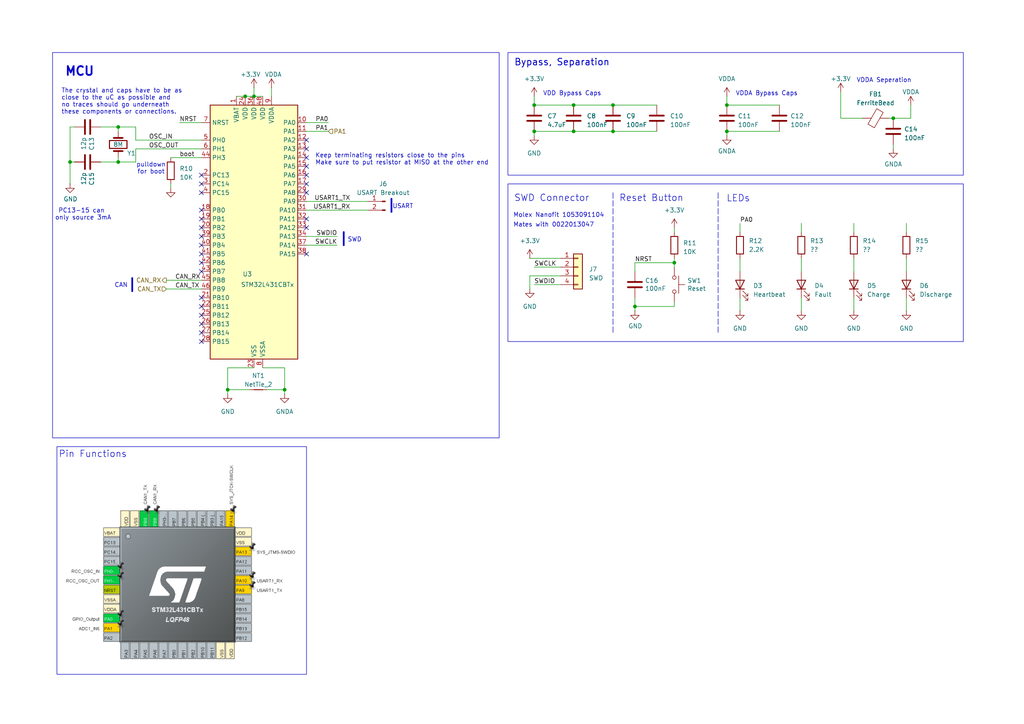
<source format=kicad_sch>
(kicad_sch (version 20250114) (generator "eeschema") (generator_version "9.0")
  (paper "A4")
  (lib_symbols
    (symbol "Connector:Conn_01x02_Pin" (pin_names (offset 1.016) (hide yes))
      (property "Reference" "J" (at 0 2.54 0))
      (property "Value" "Conn_01x02_Pin" (at 0 -5.08 0))
      (symbol "Conn_01x02_Pin_1_1"
        (rectangle (start 0.8636 0.127) (end 0 -0.127) (stroke (width 0.1524)) (fill (type outline)))
        (rectangle (start 0.8636 -2.413) (end 0 -2.667) (stroke (width 0.1524)) (fill (type outline)))
        (polyline (pts (xy 1.27 0) (xy 0.8636 0)) (stroke (width 0.1524)))
        (polyline (pts (xy 1.27 -2.54) (xy 0.8636 -2.54)) (stroke (width 0.1524)))
        (pin passive line (at 5.08 0 180) (length 3.81) (name "Pin_1") (number "1"))
        (pin passive line (at 5.08 -2.54 180) (length 3.81) (name "Pin_2") (number "2"))
      )
    )
    (symbol "Connector_Generic:Conn_01x04" (pin_names (offset 1.016) (hide yes))
      (property "Reference" "J" (at 0 5.08 0))
      (property "Value" "Conn_01x04" (at 0 -7.62 0))
      (symbol "Conn_01x04_1_1"
        (rectangle (start -1.27 3.81) (end 1.27 -6.35) (stroke (width 0.254)) (fill (type background)))
        (rectangle (start -1.27 2.667) (end 0 2.413) (stroke (width 0.1524)))
        (rectangle (start -1.27 0.127) (end 0 -0.127) (stroke (width 0.1524)))
        (rectangle (start -1.27 -2.413) (end 0 -2.667) (stroke (width 0.1524)))
        (rectangle (start -1.27 -4.953) (end 0 -5.207) (stroke (width 0.1524)))
        (pin passive line (at -5.08 2.54 0) (length 3.81) (name "Pin_1") (number "1"))
        (pin passive line (at -5.08 0 0) (length 3.81) (name "Pin_2") (number "2"))
        (pin passive line (at -5.08 -2.54 0) (length 3.81) (name "Pin_3") (number "3"))
        (pin passive line (at -5.08 -5.08 0) (length 3.81) (name "Pin_4") (number "4"))
      )
    )
    (symbol "Device:C" (pin_numbers (hide yes)) (pin_names (offset 0.254))
      (property "Reference" "C" (at 0.635 2.54 0))
      (property "Value" "C" (at 0.635 -2.54 0))
      (symbol "C_0_1"
        (polyline (pts (xy -2.032 0.762) (xy 2.032 0.762)) (stroke (width 0.508)))
        (polyline (pts (xy -2.032 -0.762) (xy 2.032 -0.762)) (stroke (width 0.508)))
      )
      (symbol "C_1_1"
        (pin passive line (at 0 3.81 270) (length 2.794) (name "~") (number "1"))
        (pin passive line (at 0 -3.81 90) (length 2.794) (name "~") (number "2"))
      )
    )
    (symbol "Device:Crystal" (pin_numbers (hide yes)) (pin_names (offset 1.016) (hide yes))
      (property "Reference" "Y" (at 0 3.81 0))
      (property "Value" "Crystal" (at 0 -3.81 0))
      (symbol "Crystal_0_1"
        (polyline (pts (xy -2.54 0) (xy -1.905 0)))
        (polyline (pts (xy -1.905 -1.27) (xy -1.905 1.27)) (stroke (width 0.508)))
        (rectangle (start -1.143 2.54) (end 1.143 -2.54) (stroke (width 0.3048)))
        (polyline (pts (xy 1.905 -1.27) (xy 1.905 1.27)) (stroke (width 0.508)))
        (polyline (pts (xy 2.54 0) (xy 1.905 0)))
      )
      (symbol "Crystal_1_1"
        (pin passive line (at -3.81 0 0) (length 1.27) (name "1") (number "1"))
        (pin passive line (at 3.81 0 180) (length 1.27) (name "2") (number "2"))
      )
    )
    (symbol "Device:FerriteBead" (pin_numbers (hide yes)) (pin_names (offset 0))
      (property "Reference" "FB" (at -3.81 0.635 90))
      (property "Value" "FerriteBead" (at 3.81 0 90))
      (symbol "FerriteBead_0_1"
        (polyline (pts (xy -2.7686 0.4064) (xy -1.7018 2.2606) (xy 2.7686 -0.3048) (xy 1.6764 -2.159) (xy -2.7686 0.4064)))
        (polyline (pts (xy 0 1.27) (xy 0 1.2954)))
        (polyline (pts (xy 0 -1.27) (xy 0 -1.2192)))
      )
      (symbol "FerriteBead_1_1"
        (pin passive line (at 0 3.81 270) (length 2.54) (name "~") (number "1"))
        (pin passive line (at 0 -3.81 90) (length 2.54) (name "~") (number "2"))
      )
    )
    (symbol "Device:LED" (pin_numbers (hide yes)) (pin_names (offset 1.016) (hide yes))
      (property "Reference" "D" (at 0 2.54 0))
      (property "Value" "LED" (at 0 -2.54 0))
      (symbol "LED_0_1"
        (polyline (pts (xy -3.048 -0.762) (xy -4.572 -2.286) (xy -3.81 -2.286) (xy -4.572 -2.286) (xy -4.572 -1.524)))
        (polyline (pts (xy -1.778 -0.762) (xy -3.302 -2.286) (xy -2.54 -2.286) (xy -3.302 -2.286) (xy -3.302 -1.524)))
        (polyline (pts (xy -1.27 0) (xy 1.27 0)))
        (polyline (pts (xy -1.27 -1.27) (xy -1.27 1.27)) (stroke (width 0.254)))
        (polyline (pts (xy 1.27 -1.27) (xy 1.27 1.27) (xy -1.27 0) (xy 1.27 -1.27)) (stroke (width 0.254)))
      )
      (symbol "LED_1_1"
        (pin passive line (at -3.81 0 0) (length 2.54) (name "K") (number "1"))
        (pin passive line (at 3.81 0 180) (length 2.54) (name "A") (number "2"))
      )
    )
    (symbol "Device:NetTie_2" (pin_numbers (hide yes)) (pin_names (offset 0) (hide yes)) (in_bom no)
      (property "Reference" "NT" (at 0 1.27 0))
      (property "Value" "NetTie_2" (at 0 -1.27 0))
      (symbol "NetTie_2_0_1"
        (polyline (pts (xy -1.27 0) (xy 1.27 0)) (stroke (width 0.254)))
      )
      (symbol "NetTie_2_1_1"
        (pin passive line (at -2.54 0 0) (length 2.54) (name "1") (number "1"))
        (pin passive line (at 2.54 0 180) (length 2.54) (name "2") (number "2"))
      )
    )
    (symbol "Device:R" (pin_numbers (hide yes)) (pin_names (offset 0))
      (property "Reference" "R" (at 2.032 0 90))
      (property "Value" "R" (at 0 0 90))
      (symbol "R_0_1"
        (rectangle (start -1.016 -2.54) (end 1.016 2.54) (stroke (width 0.254)))
      )
      (symbol "R_1_1"
        (pin passive line (at 0 3.81 270) (length 1.27) (name "~") (number "1"))
        (pin passive line (at 0 -3.81 90) (length 1.27) (name "~") (number "2"))
      )
    )
    (symbol "MCU_ST_STM32L4:STM32L431CBTx"
      (property "Reference" "U" (at -12.7 39.37 0))
      (property "Value" "STM32L431CBTx" (at 7.62 39.37 0))
      (symbol "STM32L431CBTx_0_1"
        (rectangle (start -12.7 -35.56) (end 12.7 38.1) (stroke (width 0.254)) (fill (type background)))
      )
      (symbol "STM32L431CBTx_1_1"
        (pin input line (at -15.24 33.02 0) (length 2.54) (name "NRST") (number "7"))
        (pin bidirectional line (at -15.24 27.94 0) (length 2.54) (name "PH0") (number "5"))
        (pin bidirectional line (at -15.24 25.4 0) (length 2.54) (name "PH1") (number "6"))
        (pin bidirectional line (at -15.24 22.86 0) (length 2.54) (name "PH3") (number "44"))
        (pin bidirectional line (at -15.24 17.78 0) (length 2.54) (name "PC13") (number "2"))
        (pin bidirectional line (at -15.24 15.24 0) (length 2.54) (name "PC14") (number "3"))
        (pin bidirectional line (at -15.24 12.7 0) (length 2.54) (name "PC15") (number "4"))
        (pin bidirectional line (at -15.24 7.62 0) (length 2.54) (name "PB0") (number "18"))
        (pin bidirectional line (at -15.24 5.08 0) (length 2.54) (name "PB1") (number "19"))
        (pin bidirectional line (at -15.24 2.54 0) (length 2.54) (name "PB2") (number "20"))
        (pin bidirectional line (at -15.24 0 0) (length 2.54) (name "PB3") (number "39"))
        (pin bidirectional line (at -15.24 -2.54 0) (length 2.54) (name "PB4") (number "40"))
        (pin bidirectional line (at -15.24 -5.08 0) (length 2.54) (name "PB5") (number "41"))
        (pin bidirectional line (at -15.24 -7.62 0) (length 2.54) (name "PB6") (number "42"))
        (pin bidirectional line (at -15.24 -10.16 0) (length 2.54) (name "PB7") (number "43"))
        (pin bidirectional line (at -15.24 -12.7 0) (length 2.54) (name "PB8") (number "45"))
        (pin bidirectional line (at -15.24 -15.24 0) (length 2.54) (name "PB9") (number "46"))
        (pin bidirectional line (at -15.24 -17.78 0) (length 2.54) (name "PB10") (number "21"))
        (pin bidirectional line (at -15.24 -20.32 0) (length 2.54) (name "PB11") (number "22"))
        (pin bidirectional line (at -15.24 -22.86 0) (length 2.54) (name "PB12") (number "25"))
        (pin bidirectional line (at -15.24 -25.4 0) (length 2.54) (name "PB13") (number "26"))
        (pin bidirectional line (at -15.24 -27.94 0) (length 2.54) (name "PB14") (number "27"))
        (pin bidirectional line (at -15.24 -30.48 0) (length 2.54) (name "PB15") (number "28"))
        (pin power_in line (at -5.08 40.64 270) (length 2.54) (name "VBAT") (number "1"))
        (pin power_in line (at -2.54 40.64 270) (length 2.54) (name "VDD") (number "24"))
        (pin power_in line (at 0 40.64 270) (length 2.54) (name "VDD") (number "36"))
        (pin power_in line (at 0 -38.1 90) (length 2.54) (name "VSS") (number "23"))
        (pin passive line (at 0 -38.1 90) (length 2.54) (hide yes) (name "VSS") (number "35"))
        (pin passive line (at 0 -38.1 90) (length 2.54) (hide yes) (name "VSS") (number "47"))
        (pin power_in line (at 2.54 40.64 270) (length 2.54) (name "VDD") (number "48"))
        (pin power_in line (at 2.54 -38.1 90) (length 2.54) (name "VSSA") (number "8"))
        (pin power_in line (at 5.08 40.64 270) (length 2.54) (name "VDDA") (number "9"))
        (pin bidirectional line (at 15.24 33.02 180) (length 2.54) (name "PA0") (number "10"))
        (pin bidirectional line (at 15.24 30.48 180) (length 2.54) (name "PA1") (number "11"))
        (pin bidirectional line (at 15.24 27.94 180) (length 2.54) (name "PA2") (number "12"))
        (pin bidirectional line (at 15.24 25.4 180) (length 2.54) (name "PA3") (number "13"))
        (pin bidirectional line (at 15.24 22.86 180) (length 2.54) (name "PA4") (number "14"))
        (pin bidirectional line (at 15.24 20.32 180) (length 2.54) (name "PA5") (number "15"))
        (pin bidirectional line (at 15.24 17.78 180) (length 2.54) (name "PA6") (number "16"))
        (pin bidirectional line (at 15.24 15.24 180) (length 2.54) (name "PA7") (number "17"))
        (pin bidirectional line (at 15.24 12.7 180) (length 2.54) (name "PA8") (number "29"))
        (pin bidirectional line (at 15.24 10.16 180) (length 2.54) (name "PA9") (number "30"))
        (pin bidirectional line (at 15.24 7.62 180) (length 2.54) (name "PA10") (number "31"))
        (pin bidirectional line (at 15.24 5.08 180) (length 2.54) (name "PA11") (number "32"))
        (pin bidirectional line (at 15.24 2.54 180) (length 2.54) (name "PA12") (number "33"))
        (pin bidirectional line (at 15.24 0 180) (length 2.54) (name "PA13") (number "34"))
        (pin bidirectional line (at 15.24 -2.54 180) (length 2.54) (name "PA14") (number "37"))
        (pin bidirectional line (at 15.24 -5.08 180) (length 2.54) (name "PA15") (number "38"))
      )
    )
    (symbol "Switch:SW_Push" (pin_numbers (hide yes)) (pin_names (offset 1.016) (hide yes))
      (property "Reference" "SW" (at 1.27 2.54 0))
      (property "Value" "SW_Push" (at 0 -1.524 0))
      (symbol "SW_Push_0_1"
        (circle (center -2.032 0) (radius 0.508))
        (polyline (pts (xy 0 1.27) (xy 0 3.048)))
        (circle (center 2.032 0) (radius 0.508))
        (polyline (pts (xy 2.54 1.27) (xy -2.54 1.27)))
        (pin passive line (at -5.08 0 0) (length 2.54) (name "1") (number "1"))
        (pin passive line (at 5.08 0 180) (length 2.54) (name "2") (number "2"))
      )
    )
    (symbol "power:+3.3V" (power) (pin_numbers (hide yes)) (pin_names (offset 0) (hide yes))
      (property "Value" "+3.3V" (at 0 3.556 0))
      (symbol "+3.3V_0_1"
        (polyline (pts (xy -0.762 1.27) (xy 0 2.54)))
        (polyline (pts (xy 0 2.54) (xy 0.762 1.27)))
        (polyline (pts (xy 0 0) (xy 0 2.54)))
      )
      (symbol "+3.3V_1_1"
        (pin power_in line (at 0 0 90) (length 0) (name "~") (number "1"))
      )
    )
    (symbol "power:GND" (power) (pin_numbers (hide yes)) (pin_names (offset 0) (hide yes))
      (property "Value" "GND" (at 0 -3.81 0))
      (symbol "GND_0_1"
        (polyline (pts (xy 0 0) (xy 0 -1.27) (xy 1.27 -1.27) (xy 0 -2.54) (xy -1.27 -1.27) (xy 0 -1.27)))
      )
      (symbol "GND_1_1"
        (pin power_in line (at 0 0 270) (length 0) (name "~") (number "1"))
      )
    )
    (symbol "power:GNDA" (power) (pin_numbers (hide yes)) (pin_names (offset 0) (hide yes))
      (property "Value" "GNDA" (at 0 -3.81 0))
      (symbol "GNDA_0_1"
        (polyline (pts (xy 0 0) (xy 0 -1.27) (xy 1.27 -1.27) (xy 0 -2.54) (xy -1.27 -1.27) (xy 0 -1.27)))
      )
      (symbol "GNDA_1_1"
        (pin power_in line (at 0 0 270) (length 0) (name "~") (number "1"))
      )
    )
    (symbol "power:VDDA" (power) (pin_numbers (hide yes)) (pin_names (offset 0) (hide yes))
      (property "Value" "VDDA" (at 0 3.556 0))
      (symbol "VDDA_0_1"
        (polyline (pts (xy -0.762 1.27) (xy 0 2.54)))
        (polyline (pts (xy 0 2.54) (xy 0.762 1.27)))
        (polyline (pts (xy 0 0) (xy 0 2.54)))
      )
      (symbol "VDDA_1_1"
        (pin power_in line (at 0 0 90) (length 0) (name "~") (number "1"))
      )
    )
  )
  (rectangle (start 15.24 15.24) (end 144.78 127))
  (rectangle (start 147.32 53.34) (end 279.4 99.06))
  (rectangle (start 16.51 129.54) (end 88.9 195.58))
  (rectangle (start 147.32 15.24) (end 279.4 50.8))
  (text "pulldown\nfor boot" (at 43.815 48.895 0) (effects (font (size 1.27 1.27))))
  (text "CAN" (at 37.084 83.566 0) (effects (font (size 1.27 1.27)) (justify right bottom)))
  (text "SWD" (at 102.87 69.596 0) (effects (font (size 1.27 1.27))))
  (text "Pin Functions" (at 26.924 131.826 0) (effects (font (size 1.905 1.905))))
  (text "LEDs" (at 214.122 57.658 0) (effects (font (size 1.905 1.905))))
  (text "Molex Nanofit 1053091104" (at 148.844 62.484 0) (effects (font (size 1.27 1.27)) (justify left)))
  (text "PC13-15 can \nonly source 3mA" (at 24.13 62.23 0) (effects (font (size 1.27 1.27))))
  (text "MCU" (at 23.114 20.828 0) (effects (font (size 2.54 2.54) (thickness 0.508) (bold yes))))
  (text "Mates with 0022013047" (at 148.844 66.04 0) (effects (font (size 1.27 1.27)) (justify left bottom)))
  (text "The crystal and caps have to be as \nclose to the uC as possible and\nno traces should go underneath\nthese components or connections." (at 17.78 33.274 0) (effects (font (size 1.27 1.27)) (justify left bottom)))
  (text "SWD Connector" (at 149.098 58.674 0) (effects (font (size 1.905 1.905)) (justify left bottom)))
  (text "Keep terminating resistors close to the pins\nMake sure to put resistor at MISO at the other end" (at 91.44 48.006 0) (effects (font (size 1.27 1.27)) (justify left bottom)))
  (text "Reset Button" (at 179.578 58.674 0) (effects (font (size 1.905 1.905)) (justify left bottom)))
  (text "VDDA Bypass Caps" (at 213.36 27.94 0) (effects (font (size 1.27 1.27)) (justify left bottom)))
  (text "USART" (at 116.84 59.944 0) (effects (font (size 1.27 1.27))))
  (text "VDD Bypass Caps" (at 157.48 27.94 0) (effects (font (size 1.27 1.27)) (justify left bottom)))
  (text "Bypass, Separation" (at 149.098 19.304 0) (effects (font (size 1.905 1.905) (thickness 0.2381)) (justify left bottom)))
  (text "VDDA Seperation" (at 248.412 24.13 0) (effects (font (size 1.27 1.27)) (justify left bottom)))
  (junction (at 259.08 34.29))
  (junction (at 34.29 36.83))
  (junction (at 177.8 30.48))
  (junction (at 195.58 76.2))
  (junction (at 154.94 38.1))
  (junction (at 210.82 30.48))
  (junction (at 184.15 88.9))
  (junction (at 73.66 27.94))
  (junction (at 82.55 113.03))
  (junction (at 66.04 113.03))
  (junction (at 210.82 38.1))
  (junction (at 166.37 30.48))
  (junction (at 20.32 46.99))
  (junction (at 177.8 38.1))
  (junction (at 154.94 30.48))
  (junction (at 71.12 27.94))
  (junction (at 166.37 38.1))
  (junction (at 34.29 46.99))
  (no_connect (at 58.42 73.66))
  (no_connect (at 88.9 66.04))
  (no_connect (at 58.42 86.36))
  (no_connect (at 88.9 73.66))
  (no_connect (at 58.42 53.34))
  (no_connect (at 58.42 96.52))
  (no_connect (at 88.9 53.34))
  (no_connect (at 58.42 55.88))
  (no_connect (at 58.42 66.04))
  (no_connect (at 58.42 93.98))
  (no_connect (at 88.9 50.8))
  (no_connect (at 88.9 45.72))
  (no_connect (at 58.42 68.58))
  (no_connect (at 58.42 60.96))
  (no_connect (at 88.9 63.5))
  (no_connect (at 58.42 88.9))
  (no_connect (at 58.42 50.8))
  (no_connect (at 58.42 78.74))
  (no_connect (at 88.9 55.88))
  (no_connect (at 58.42 63.5))
  (no_connect (at 58.42 71.12))
  (no_connect (at 58.42 76.2))
  (no_connect (at 88.9 40.64))
  (no_connect (at 88.9 48.26))
  (no_connect (at 58.42 91.44))
  (no_connect (at 88.9 43.18))
  (no_connect (at 58.42 99.06))
  (wire (pts (xy 49.53 45.72) (xy 58.42 45.72)))
  (wire (pts (xy 153.67 83.82) (xy 153.67 80.01)))
  (wire (pts (xy 262.89 86.36) (xy 262.89 90.17)))
  (wire (pts (xy 82.55 113.03) (xy 82.55 114.3)))
  (wire (pts (xy 177.8 30.48) (xy 190.5 30.48)))
  (wire (pts (xy 39.37 46.99) (xy 39.37 43.18)))
  (wire (pts (xy 34.29 46.99) (xy 39.37 46.99)))
  (wire (pts (xy 34.29 46.99) (xy 29.21 46.99)))
  (wire (pts (xy 259.08 43.18) (xy 259.08 41.91)))
  (polyline (pts (xy 177.8 55.88) (xy 177.8 96.52)) (stroke (width 0) (type dash)))
  (wire (pts (xy 210.82 38.1) (xy 210.82 39.37)))
  (wire (pts (xy 264.16 34.29) (xy 259.08 34.29)))
  (wire (pts (xy 34.29 36.83) (xy 34.29 38.1)))
  (wire (pts (xy 262.89 64.77) (xy 262.89 67.31)))
  (wire (pts (xy 195.58 87.63) (xy 195.58 88.9)))
  (wire (pts (xy 88.9 71.12) (xy 97.79 71.12)))
  (wire (pts (xy 39.37 43.18) (xy 58.42 43.18)))
  (wire (pts (xy 39.37 40.64) (xy 39.37 36.83)))
  (wire (pts (xy 210.82 27.94) (xy 210.82 30.48)))
  (wire (pts (xy 154.94 77.47) (xy 162.56 77.47)))
  (wire (pts (xy 73.66 25.4) (xy 73.66 27.94)))
  (wire (pts (xy 88.9 58.42) (xy 106.68 58.42)))
  (wire (pts (xy 48.26 83.82) (xy 58.42 83.82)))
  (wire (pts (xy 153.67 80.01) (xy 162.56 80.01)))
  (wire (pts (xy 66.04 113.03) (xy 66.04 114.3)))
  (wire (pts (xy 88.9 60.96) (xy 106.68 60.96)))
  (wire (pts (xy 184.15 90.17) (xy 184.15 88.9)))
  (wire (pts (xy 49.53 53.34) (xy 49.53 54.61)))
  (wire (pts (xy 66.04 106.68) (xy 73.66 106.68)))
  (wire (pts (xy 184.15 76.2) (xy 195.58 76.2)))
  (wire (pts (xy 76.2 106.68) (xy 82.55 106.68)))
  (wire (pts (xy 195.58 74.93) (xy 195.58 76.2)))
  (wire (pts (xy 66.04 106.68) (xy 66.04 113.03)))
  (wire (pts (xy 232.41 74.93) (xy 232.41 78.74)))
  (wire (pts (xy 78.74 25.4) (xy 78.74 27.94)))
  (wire (pts (xy 177.8 38.1) (xy 190.5 38.1)))
  (wire (pts (xy 154.94 39.37) (xy 154.94 38.1)))
  (wire (pts (xy 243.84 26.67) (xy 243.84 34.29)))
  (wire (pts (xy 154.94 82.55) (xy 162.56 82.55)))
  (wire (pts (xy 88.9 35.56) (xy 95.25 35.56)))
  (wire (pts (xy 82.55 106.68) (xy 82.55 113.03)))
  (wire (pts (xy 39.37 40.64) (xy 58.42 40.64)))
  (wire (pts (xy 195.58 76.2) (xy 195.58 77.47)))
  (wire (pts (xy 166.37 30.48) (xy 177.8 30.48)))
  (wire (pts (xy 20.32 46.99) (xy 20.32 53.34)))
  (wire (pts (xy 210.82 38.1) (xy 226.06 38.1)))
  (wire (pts (xy 88.9 68.58) (xy 97.79 68.58)))
  (wire (pts (xy 243.84 34.29) (xy 250.19 34.29)))
  (wire (pts (xy 68.58 27.94) (xy 71.12 27.94)))
  (polyline (pts (xy 38.354 80.645) (xy 38.354 84.455)) (stroke (width 0.5)))
  (wire (pts (xy 247.65 86.36) (xy 247.65 90.17)))
  (wire (pts (xy 52.07 35.56) (xy 58.42 35.56)))
  (wire (pts (xy 210.82 30.48) (xy 226.06 30.48)))
  (wire (pts (xy 195.58 66.04) (xy 195.58 67.31)))
  (wire (pts (xy 88.9 38.1) (xy 95.25 38.1)))
  (polyline (pts (xy 99.695 67.31) (xy 99.695 71.12)) (stroke (width 0.5)))
  (wire (pts (xy 153.67 74.93) (xy 162.56 74.93)))
  (wire (pts (xy 66.04 113.03) (xy 72.39 113.03)))
  (wire (pts (xy 20.32 36.83) (xy 20.32 46.99)))
  (wire (pts (xy 48.26 81.28) (xy 58.42 81.28)))
  (wire (pts (xy 29.21 36.83) (xy 34.29 36.83)))
  (wire (pts (xy 262.89 74.93) (xy 262.89 78.74)))
  (wire (pts (xy 73.66 27.94) (xy 76.2 27.94)))
  (wire (pts (xy 184.15 76.2) (xy 184.15 78.74)))
  (wire (pts (xy 34.29 45.72) (xy 34.29 46.99)))
  (polyline (pts (xy 113.538 57.658) (xy 113.538 61.468)) (stroke (width 0.5)))
  (wire (pts (xy 214.63 86.36) (xy 214.63 90.17)))
  (wire (pts (xy 39.37 36.83) (xy 34.29 36.83)))
  (wire (pts (xy 20.32 46.99) (xy 21.59 46.99)))
  (wire (pts (xy 77.47 113.03) (xy 82.55 113.03)))
  (wire (pts (xy 259.08 34.29) (xy 257.81 34.29)))
  (wire (pts (xy 232.41 64.77) (xy 232.41 67.31)))
  (wire (pts (xy 232.41 86.36) (xy 232.41 90.17)))
  (polyline (pts (xy 208.28 55.88) (xy 208.28 96.52)) (stroke (width 0) (type dash)))
  (wire (pts (xy 20.32 36.83) (xy 21.59 36.83)))
  (wire (pts (xy 154.94 30.48) (xy 166.37 30.48)))
  (wire (pts (xy 154.94 27.94) (xy 154.94 30.48)))
  (wire (pts (xy 214.63 64.77) (xy 214.63 67.31)))
  (wire (pts (xy 184.15 88.9) (xy 195.58 88.9)))
  (wire (pts (xy 71.12 27.94) (xy 73.66 27.94)))
  (wire (pts (xy 214.63 74.93) (xy 214.63 78.74)))
  (wire (pts (xy 166.37 38.1) (xy 177.8 38.1)))
  (wire (pts (xy 247.65 64.77) (xy 247.65 67.31)))
  (wire (pts (xy 154.94 38.1) (xy 166.37 38.1)))
  (wire (pts (xy 247.65 74.93) (xy 247.65 78.74)))
  (wire (pts (xy 184.15 86.36) (xy 184.15 88.9)))
  (wire (pts (xy 264.16 30.48) (xy 264.16 34.29)))
  (image (at 52.832 163.576) (scale 0.341802))
  (label "SWDIO" (at 97.79 68.58 180))
  (label "PA0" (at 214.63 64.77 0))
  (label "USART1_RX" (at 101.6 60.96 180))
  (label "boot" (at 52.07 45.72 0))
  (label "SWCLK" (at 154.94 77.47 0))
  (label "NRST" (at 52.07 35.56 0))
  (label "CAN_TX" (at 50.8 83.82 0))
  (label "PA0" (at 95.25 35.56 180))
  (label "CAN_RX" (at 50.8 81.28 0))
  (label "PA1" (at 95.25 38.1 180))
  (label "NRST" (at 184.15 76.2 0))
  (label "SWCLK" (at 97.79 71.12 180))
  (label "USART1_TX" (at 101.6 58.42 180))
  (label "SWDIO" (at 154.94 82.55 0))
  (label "OSC_OUT" (at 43.18 43.18 0))
  (label "OSC_IN" (at 43.18 40.64 0))
  (hierarchical_label "CAN_RX" (shape output) (at 48.26 81.28 180))
  (hierarchical_label "CAN_TX" (shape input) (at 48.26 83.82 180))
  (hierarchical_label "PA1" (shape input) (at 95.25 38.1 0))
  (symbol (lib_id "power:GND") (at 247.65 90.17 0) (unit 1)
    (property "Reference" "#PWR070" (effects (hide yes)))
    (property "Value" "GND" (at 247.65 95.25 0))
    (property "Description" "Power symbol creates a global label with name \"GND\" , ground" (effects (hide yes)))
  )
  (symbol (lib_id "power:GND") (at 49.53 54.61 0) (unit 1)
    (property "Reference" "#PWR023" (effects (hide yes)))
    (property "Value" "GND" (effects (hide yes)))
    (property "Description" "Power symbol creates a global label with name \"GND\" , ground" (effects (hide yes)))
  )
  (symbol (lib_id "Device:C") (at 184.15 82.55 0) (unit 1)
    (property "Reference" "C16" (at 187.071 81.3816 0) (effects (justify left)))
    (property "Value" "100nF" (at 187.071 83.693 0) (effects (justify left)))
    (property "Footprint" "Capacitor_SMD:C_0805_2012Metric" (effects (hide yes)))
    (property "Description" "Unpolarized capacitor" (effects (hide yes)))
    (property "Mouser Part Number" "80-C0805C104M5R" (effects (hide yes)))
    (property "P/N" "C0805C104M5RACTU" (effects (hide yes)))
  )
  (symbol (lib_id "Device:C") (at 259.08 38.1 0) (unit 1)
    (property "Reference" "C14" (at 262.255 37.465 0) (effects (justify left)))
    (property "Value" "100nF" (at 262.255 40.005 0) (effects (justify left)))
    (property "Footprint" "Capacitor_SMD:C_0805_2012Metric" (effects (hide yes)))
    (property "Description" "Unpolarized capacitor" (effects (hide yes)))
    (property "Mouser Part Number" "80-C0805C104M5R" (effects (hide yes)))
    (property "P/N" "C0805C104M5RACTU" (effects (hide yes)))
  )
  (symbol (lib_id "power:GND") (at 154.94 39.37 0) (unit 1)
    (property "Reference" "#PWR035" (effects (hide yes)))
    (property "Value" "GND" (at 154.94 44.45 0))
    (property "Description" "Power symbol creates a global label with name \"GND\" , ground" (effects (hide yes)))
  )
  (symbol (lib_id "Switch:SW_Push") (at 195.58 82.55 270) (unit 1)
    (property "Reference" "SW1" (at 199.3392 81.3816 90) (effects (justify left)))
    (property "Value" "Reset" (at 199.3392 83.693 90) (effects (justify left)))
    (property "Footprint" "Button_Switch_SMD:SW_SPST_B3SL-1002P" (effects (hide yes)))
    (property "Description" "Push button switch, generic, two pins" (effects (hide yes)))
    (property "P/N" "B3SL-1002P" (effects (hide yes)))
    (property "Mouser Part Number" "653-B3SL-1002P" (effects (hide yes)))
  )
  (symbol (lib_id "Connector_Generic:Conn_01x04") (at 167.64 77.47 0) (unit 1)
    (property "Reference" "J7" (at 170.815 78.105 0) (effects (justify left)))
    (property "Value" "SWD" (at 170.815 80.645 0) (effects (justify left)))
    (property "Footprint" "Connector_Molex:Molex_Nano-Fit_105309-xx04_1x04_P2.50mm_Vertical" (effects (hide yes)))
    (property "Datasheet" "https://www.literature.molex.com/SQLImages/kelmscott/Molex/PDF_Images/987651-1223.PDF" (effects (hide yes)))
    (property "Description" "Generic connector, single row, 01x04, script generated (kicad-library-utils/schlib/autogen/connector/)" (effects (hide yes)))
    (property "P/N" "1053091104" (effects (hide yes)))
  )
  (symbol (lib_id "Device:C") (at 190.5 34.29 0) (unit 1)
    (property "Reference" "C10" (at 194.31 33.655 0) (effects (justify left)))
    (property "Value" "100nF" (at 194.31 36.195 0) (effects (justify left)))
    (property "Footprint" "Capacitor_SMD:C_0805_2012Metric" (effects (hide yes)))
    (property "Description" "Unpolarized capacitor" (effects (hide yes)))
    (property "Mouser Part Number" "80-C0805C104M5R" (effects (hide yes)))
    (property "P/N" "C0805C104M5RACTU" (effects (hide yes)))
  )
  (symbol (lib_id "power:+3.3V") (at 153.67 74.93 0) (unit 1)
    (property "Reference" "#PWR025" (effects (hide yes)))
    (property "Value" "+3.3V" (at 153.67 69.85 0))
    (property "Description" "Power symbol creates a global label with name \"+3.3V\"" (effects (hide yes)))
  )
  (symbol (lib_id "power:GND") (at 184.15 90.17 0) (unit 1)
    (property "Reference" "#PWR029" (effects (hide yes)))
    (property "Value" "GND" (at 184.277 94.5642 0))
    (property "Description" "Power symbol creates a global label with name \"GND\" , ground" (effects (hide yes)))
  )
  (symbol (lib_id "Connector:Conn_01x02_Pin") (at 111.76 58.42 0) (mirror y) (unit 1)
    (property "Reference" "J6" (at 111.125 53.34 0))
    (property "Value" "USART Breakout" (at 111.125 55.88 0))
    (property "Footprint" "Connector_PinHeader_2.54mm:PinHeader_1x02_P2.54mm_Vertical" (effects (hide yes)))
    (property "Description" "Generic connector, single row, 01x02, script generated" (effects (hide yes)))
  )
  (symbol (lib_id "power:GNDA") (at 82.55 114.3 0) (unit 1)
    (property "Reference" "#PWR028" (effects (hide yes)))
    (property "Value" "GNDA" (at 82.55 119.38 0))
    (property "Description" "Power symbol creates a global label with name \"GNDA\" , analog ground" (effects (hide yes)))
  )
  (symbol (lib_id "power:GNDA") (at 210.82 39.37 0) (unit 1)
    (property "Reference" "#PWR036" (effects (hide yes)))
    (property "Value" "GNDA" (at 210.82 43.815 0))
    (property "Description" "Power symbol creates a global label with name \"GNDA\" , analog ground" (effects (hide yes)))
  )
  (symbol (lib_id "power:GND") (at 153.67 83.82 0) (unit 1)
    (property "Reference" "#PWR026" (effects (hide yes)))
    (property "Value" "GND" (at 153.67 88.9 0))
    (property "Description" "Power symbol creates a global label with name \"GND\" , ground" (effects (hide yes)))
  )
  (symbol (lib_id "Device:FerriteBead") (at 254 34.29 90) (unit 1)
    (property "Reference" "FB1" (at 253.9492 27.305 90))
    (property "Value" "FerriteBead" (at 253.9492 29.845 90))
    (property "Footprint" "Inductor_SMD:L_0805_2012Metric" (effects (hide yes)))
    (property "Description" "Ferrite bead" (effects (hide yes)))
    (property "Mouser Part Number" "704-MFBW1V2012-121-R" (effects (hide yes)))
    (property "P/N" "MFBW1V2012-121-R" (effects (hide yes)))
  )
  (symbol (lib_id "power:VDDA") (at 78.74 25.4 0) (unit 1)
    (property "Reference" "#PWR021" (effects (hide yes)))
    (property "Value" "VDDA" (at 79.248 21.59 0))
    (property "Description" "Power symbol creates a global label with name \"VDDA\"" (effects (hide yes)))
  )
  (symbol (lib_id "Device:R") (at 232.41 71.12 0) (unit 1)
    (property "Reference" "R13" (at 234.95 69.8499 0) (effects (justify left)))
    (property "Value" "??" (at 234.95 72.3899 0) (effects (justify left)))
    (property "Footprint" "Resistor_SMD:R_0805_2012Metric" (effects (hide yes)))
    (property "Description" "Resistor" (effects (hide yes)))
  )
  (symbol (lib_id "Device:C") (at 25.4 46.99 270) (unit 1)
    (property "Reference" "C15" (at 26.5684 49.911 0) (effects (justify left)))
    (property "Value" "12p" (at 24.257 49.911 0) (effects (justify left)))
    (property "Footprint" "Capacitor_SMD:C_0805_2012Metric" (effects (hide yes)))
    (property "Description" "Unpolarized capacitor" (effects (hide yes)))
    (property "Mouser Part Number" "80-C0805C120K5HACTU" (effects (hide yes)))
    (property "P/N" "C0805C120K5HACTU" (effects (hide yes)))
  )
  (symbol (lib_id "Device:C") (at 210.82 34.29 0) (unit 1)
    (property "Reference" "C11" (at 213.995 33.655 0) (effects (justify left)))
    (property "Value" "100nF" (at 213.995 36.195 0) (effects (justify left)))
    (property "Footprint" "Capacitor_SMD:C_0805_2012Metric" (effects (hide yes)))
    (property "Description" "Unpolarized capacitor" (effects (hide yes)))
    (property "Mouser Part Number" "80-C0805C104M5R" (effects (hide yes)))
    (property "P/N" "C0805C104M5RACTU" (effects (hide yes)))
  )
  (symbol (lib_id "power:GND") (at 66.04 114.3 0) (unit 1)
    (property "Reference" "#PWR027" (effects (hide yes)))
    (property "Value" "GND" (at 66.04 119.38 0))
    (property "Description" "Power symbol creates a global label with name \"GND\" , ground" (effects (hide yes)))
  )
  (symbol (lib_id "Device:R") (at 247.65 71.12 0) (unit 1)
    (property "Reference" "R14" (at 250.19 69.8499 0) (effects (justify left)))
    (property "Value" "??" (at 250.19 72.3899 0) (effects (justify left)))
    (property "Footprint" "Resistor_SMD:R_0805_2012Metric" (effects (hide yes)))
    (property "Description" "Resistor" (effects (hide yes)))
  )
  (symbol (lib_id "power:VDDA") (at 264.16 30.48 0) (unit 1)
    (property "Reference" "#PWR034" (effects (hide yes)))
    (property "Value" "VDDA" (at 264.16 26.67 0))
    (property "Description" "Power symbol creates a global label with name \"VDDA\"" (effects (hide yes)))
  )
  (symbol (lib_id "Device:C") (at 166.37 34.29 0) (unit 1)
    (property "Reference" "C8" (at 170.18 33.655 0) (effects (justify left)))
    (property "Value" "100nF" (at 170.18 36.195 0) (effects (justify left)))
    (property "Footprint" "Capacitor_SMD:C_0805_2012Metric" (effects (hide yes)))
    (property "Description" "Unpolarized capacitor" (effects (hide yes)))
    (property "Mouser Part Number" "80-C0805C104M5R" (effects (hide yes)))
    (property "P/N" "C0805C104M5RACTU" (effects (hide yes)))
  )
  (symbol (lib_id "power:GND") (at 214.63 90.17 0) (unit 1)
    (property "Reference" "#PWR030" (effects (hide yes)))
    (property "Value" "GND" (at 214.63 95.25 0))
    (property "Description" "Power symbol creates a global label with name \"GND\" , ground" (effects (hide yes)))
  )
  (symbol (lib_id "power:GND") (at 262.89 90.17 0) (unit 1)
    (property "Reference" "#PWR071" (effects (hide yes)))
    (property "Value" "GND" (at 262.89 95.25 0))
    (property "Description" "Power symbol creates a global label with name \"GND\" , ground" (effects (hide yes)))
  )
  (symbol (lib_id "power:+3.3V") (at 154.94 27.94 0) (unit 1)
    (property "Reference" "#PWR032" (effects (hide yes)))
    (property "Value" "+3.3V" (at 154.94 22.86 0))
    (property "Description" "Power symbol creates a global label with name \"+3.3V\"" (effects (hide yes)))
  )
  (symbol (lib_id "Device:R") (at 262.89 71.12 0) (unit 1)
    (property "Reference" "R15" (at 265.43 69.8499 0) (effects (justify left)))
    (property "Value" "??" (at 265.43 72.3899 0) (effects (justify left)))
    (property "Footprint" "Resistor_SMD:R_0805_2012Metric" (effects (hide yes)))
    (property "Description" "Resistor" (effects (hide yes)))
  )
  (symbol (lib_id "Device:LED") (at 232.41 82.55 90) (unit 1)
    (property "Reference" "D4" (at 236.22 82.8674 90) (effects (justify right)))
    (property "Value" "Fault" (at 236.22 85.4074 90) (effects (justify right)))
    (property "Footprint" "LED_SMD:LED_0805_2012Metric" (effects (hide yes)))
    (property "Description" "Light emitting diode" (effects (hide yes)))
    (property "Sim.Pins" "1=K 2=A" (effects (hide yes)))
  )
  (symbol (lib_id "Device:R") (at 49.53 49.53 0) (unit 1)
    (property "Reference" "R10" (at 52.07 48.895 0) (effects (justify left)))
    (property "Value" "10K" (at 52.07 51.435 0) (effects (justify left)))
    (property "Footprint" "Resistor_SMD:R_0805_2012Metric" (effects (hide yes)))
    (property "Description" "Resistor" (effects (hide yes)))
    (property "Mouser Part Number" "71-CRCW080510K0FKEAC" (effects (hide yes)))
    (property "P/N" "CRCW080510K0FKEAC" (effects (hide yes)))
  )
  (symbol (lib_id "Device:Crystal") (at 34.29 41.91 270) (unit 1)
    (property "Reference" "Y1" (at 38.1 44.45 90))
    (property "Value" "8M" (at 34.29 41.91 90))
    (property "Footprint" "Crystal:Crystal_SMD_TXC_7A-2Pin_5x3.2mm" (effects (hide yes)))
    (property "Description" "Two pin crystal" (effects (hide yes)))
    (property "P/N" "ABM3-8.000MHZ-D2Y-T" (effects (hide yes)))
    (property "Mouser Part Number" "815-ABM3-8-D2Y-T" (effects (hide yes)))
  )
  (symbol (lib_id "Device:LED") (at 214.63 82.55 90) (unit 1)
    (property "Reference" "D3" (at 218.44 82.8674 90) (effects (justify right)))
    (property "Value" "Heartbeat" (at 218.44 85.4074 90) (effects (justify right)))
    (property "Footprint" "LED_SMD:LED_0805_2012Metric" (effects (hide yes)))
    (property "Description" "Light emitting diode" (effects (hide yes)))
    (property "Sim.Pins" "1=K 2=A" (effects (hide yes)))
  )
  (symbol (lib_id "Device:C") (at 226.06 34.29 0) (unit 1)
    (property "Reference" "C12" (at 229.235 33.655 0) (effects (justify left)))
    (property "Value" "100nF" (at 229.235 36.195 0) (effects (justify left)))
    (property "Footprint" "Capacitor_SMD:C_0805_2012Metric" (effects (hide yes)))
    (property "Description" "Unpolarized capacitor" (effects (hide yes)))
    (property "Mouser Part Number" "80-C0805C104M5R" (effects (hide yes)))
    (property "P/N" "C0805C104M5RACTU" (effects (hide yes)))
  )
  (symbol (lib_id "power:+3.3V") (at 243.84 26.67 0) (unit 1)
    (property "Reference" "#PWR031" (effects (hide yes)))
    (property "Value" "+3.3V" (at 243.84 22.86 0))
    (property "Description" "Power symbol creates a global label with name \"+3.3V\"" (effects (hide yes)))
  )
  (symbol (lib_id "Device:LED") (at 247.65 82.55 90) (unit 1)
    (property "Reference" "D5" (at 251.46 82.8674 90) (effects (justify right)))
    (property "Value" "Charge" (at 251.46 85.4074 90) (effects (justify right)))
    (property "Footprint" "LED_SMD:LED_0805_2012Metric" (effects (hide yes)))
    (property "Description" "Light emitting diode" (effects (hide yes)))
    (property "Sim.Pins" "1=K 2=A" (effects (hide yes)))
  )
  (symbol (lib_id "Device:LED") (at 262.89 82.55 90) (unit 1)
    (property "Reference" "D6" (at 266.7 82.8674 90) (effects (justify right)))
    (property "Value" "Discharge" (at 266.7 85.4074 90) (effects (justify right)))
    (property "Footprint" "LED_SMD:LED_0805_2012Metric" (effects (hide yes)))
    (property "Description" "Light emitting diode" (effects (hide yes)))
    (property "Sim.Pins" "1=K 2=A" (effects (hide yes)))
  )
  (symbol (lib_id "Device:C") (at 154.94 34.29 0) (unit 1)
    (property "Reference" "C7" (at 158.75 33.655 0) (effects (justify left)))
    (property "Value" "4.7uF" (at 158.75 36.195 0) (effects (justify left)))
    (property "Footprint" "Capacitor_SMD:C_0805_2012Metric" (effects (hide yes)))
    (property "Description" "Unpolarized capacitor" (effects (hide yes)))
    (property "Mouser Part Number" "81-GRM219R6YA475KA3D" (effects (hide yes)))
    (property "P/N" "GRM219R6YA475KA73D" (effects (hide yes)))
  )
  (symbol (lib_id "Device:R") (at 214.63 71.12 0) (unit 1)
    (property "Reference" "R12" (at 217.17 69.8499 0) (effects (justify left)))
    (property "Value" "2.2K" (at 217.17 72.3899 0) (effects (justify left)))
    (property "Footprint" "Resistor_SMD:R_0805_2012Metric" (effects (hide yes)))
    (property "Description" "Resistor" (effects (hide yes)))
  )
  (symbol (lib_id "Device:R") (at 195.58 71.12 0) (unit 1)
    (property "Reference" "R11" (at 198.12 70.485 0) (effects (justify left)))
    (property "Value" "10K" (at 198.12 73.025 0) (effects (justify left)))
    (property "Footprint" "Resistor_SMD:R_0805_2012Metric" (effects (hide yes)))
    (property "Description" "Resistor" (effects (hide yes)))
    (property "Mouser Part Number" "71-CRCW080510K0FKEAC" (effects (hide yes)))
    (property "P/N" "CRCW080510K0FKEAC" (effects (hide yes)))
  )
  (symbol (lib_id "Device:C") (at 177.8 34.29 0) (unit 1)
    (property "Reference" "C9" (at 181.61 33.655 0) (effects (justify left)))
    (property "Value" "100nF" (at 181.61 36.195 0) (effects (justify left)))
    (property "Footprint" "Capacitor_SMD:C_0805_2012Metric" (effects (hide yes)))
    (property "Description" "Unpolarized capacitor" (effects (hide yes)))
    (property "Mouser Part Number" "80-C0805C104M5R" (effects (hide yes)))
    (property "P/N" "C0805C104M5RACTU" (effects (hide yes)))
  )
  (symbol (lib_id "Device:C") (at 25.4 36.83 270) (unit 1)
    (property "Reference" "C13" (at 26.5684 39.751 0) (effects (justify left)))
    (property "Value" "12p" (at 24.257 39.751 0) (effects (justify left)))
    (property "Footprint" "Capacitor_SMD:C_0805_2012Metric" (effects (hide yes)))
    (property "Description" "Unpolarized capacitor" (effects (hide yes)))
    (property "Mouser Part Number" "80-C0805C120K5HACTU" (effects (hide yes)))
    (property "P/N" "C0805C120K5HACTU" (effects (hide yes)))
  )
  (symbol (lib_id "power:GND") (at 232.41 90.17 0) (unit 1)
    (property "Reference" "#PWR069" (effects (hide yes)))
    (property "Value" "GND" (at 232.41 95.25 0))
    (property "Description" "Power symbol creates a global label with name \"GND\" , ground" (effects (hide yes)))
  )
  (symbol (lib_id "MCU_ST_STM32L4:STM32L431CBTx") (at 73.66 68.58 0) (unit 1)
    (property "Reference" "U3" (at 70.358 79.502 0) (effects (justify left)))
    (property "Value" "STM32L431CBTx" (at 69.85 82.55 0) (effects (justify left)))
    (property "Footprint" "Package_QFP:LQFP-48_7x7mm_P0.5mm" (effects (hide yes)))
    (property "Datasheet" "https://www.st.com/resource/en/datasheet/stm32l431cb.pdf" (effects (hide yes)))
    (property "Description" "STMicroelectronics Arm Cortex-M4 MCU, 128KB flash, 64KB RAM, 80 MHz, 1.71-3.6V, 38 GPIO, LQFP48" (effects (hide yes)))
    (property "Mouser Part Number" "511-STM32L431CBT6" (effects (hide yes)))
    (property "P/N" "STM32L431CBT6" (effects (hide yes)))
  )
  (symbol (lib_id "power:+3.3V") (at 73.66 25.4 0) (unit 1)
    (property "Reference" "#PWR020" (effects (hide yes)))
    (property "Value" "+3.3V" (at 72.644 21.59 0))
    (property "Description" "Power symbol creates a global label with name \"+3.3V\"" (effects (hide yes)))
  )
  (symbol (lib_id "power:GND") (at 20.32 53.34 0) (unit 1)
    (property "Reference" "#PWR022" (effects (hide yes)))
    (property "Value" "GND" (at 20.447 57.7342 0))
    (property "Description" "Power symbol creates a global label with name \"GND\" , ground" (effects (hide yes)))
  )
  (symbol (lib_id "power:GNDA") (at 259.08 43.18 0) (unit 1)
    (property "Reference" "#PWR037" (effects (hide yes)))
    (property "Value" "GNDA" (at 259.08 47.625 0))
    (property "Description" "Power symbol creates a global label with name \"GNDA\" , analog ground" (effects (hide yes)))
  )
  (symbol (lib_id "power:VDDA") (at 210.82 27.94 0) (unit 1)
    (property "Reference" "#PWR033" (effects (hide yes)))
    (property "Value" "VDDA" (at 210.82 22.86 0))
    (property "Description" "Power symbol creates a global label with name \"VDDA\"" (effects (hide yes)))
  )
  (symbol (lib_id "power:+3.3V") (at 195.58 66.04 0) (unit 1)
    (property "Reference" "#PWR024" (effects (hide yes)))
    (property "Value" "+3.3V" (at 195.58 60.96 0))
    (property "Description" "Power symbol creates a global label with name \"+3.3V\"" (effects (hide yes)))
  )
  (symbol (lib_id "Device:NetTie_2") (at 74.93 113.03 0) (unit 1) (in_bom no)
    (property "Reference" "NT1" (at 74.93 108.966 0))
    (property "Value" "NetTie_2" (at 74.93 111.506 0))
    (property "Footprint" "NetTie:NetTie-2_SMD_Pad0.5mm" (effects (hide yes)))
    (property "Description" "Net tie, 2 pins" (effects (hide yes)))
  )
)
</source>
